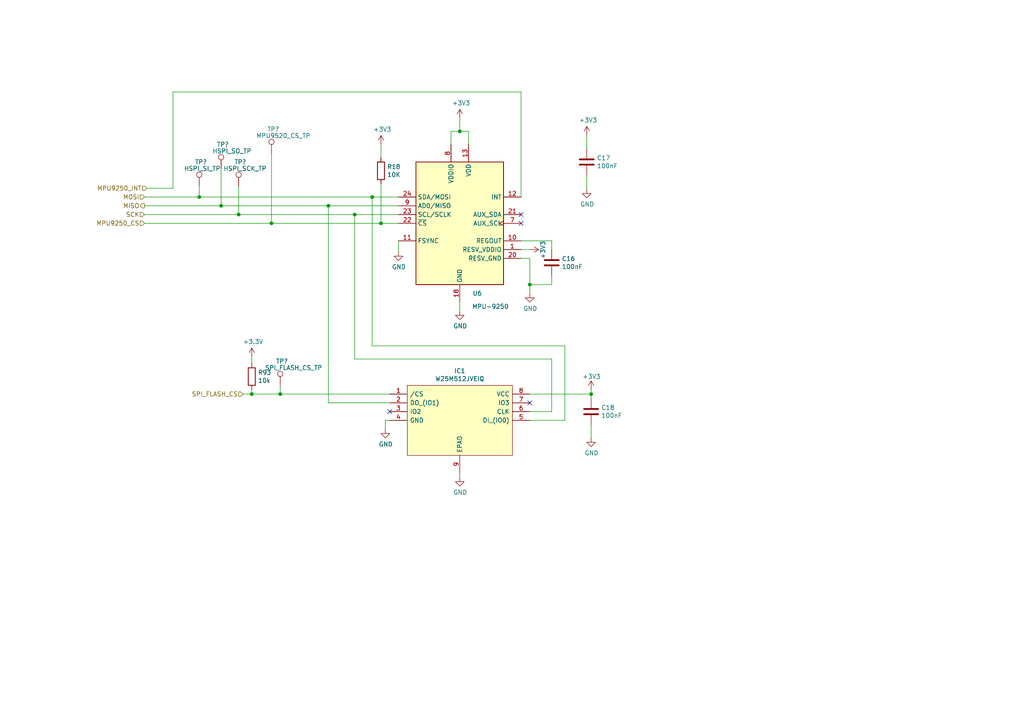
<source format=kicad_sch>
(kicad_sch (version 20230121) (generator eeschema)
  (paper "A4")
  (title_block (date "2021-04-05") (rev "2.3.3.3") (company "Evoke Motorcycles"))
  (lib_symbols
    (symbol "Device:R" (pin_numbers hide) (pin_names (offset 0))
      (property "Reference" "R" (at 2.032 0 90))
      (property "Value" "R" (at 0 0 90))
      (symbol "R_0_1"
        (rectangle (start -1.016 -2.54) (end 1.016 2.54) (stroke (width 0.254)))
      )
      (symbol "R_1_1"
        (pin passive line (at 0 3.81 270) (length 1.27) (name "~") (number "1"))
        (pin passive line (at 0 -3.81 90) (length 1.27) (name "~") (number "2"))
      )
    )
    (symbol "ESP32-CAN-rescue:+3.3V-power" (power) (pin_names (offset 0))
      (property "Value" "+3.3V-power" (at 0 3.556 0))
      (symbol "+3.3V-power_0_1"
        (polyline (pts (xy -0.762 1.27) (xy 0 2.54)))
        (polyline (pts (xy 0 0) (xy 0 2.54)))
        (polyline (pts (xy 0 2.54) (xy 0.762 1.27)))
      )
      (symbol "+3.3V-power_1_1"
        (pin power_in line (at 0 0 90) (length 0) hide (name "+3V3") (number "1"))
      )
    )
    (symbol "ESP32-CAN-rescue:C-Device" (pin_numbers hide) (pin_names (offset 0.254))
      (property "Reference" "C" (at 0.635 2.54 0))
      (property "Value" "C-Device" (at 0.635 -2.54 0))
      (symbol "C-Device_0_1"
        (polyline (pts (xy -2.032 -0.762) (xy 2.032 -0.762)) (stroke (width 0.508)))
        (polyline (pts (xy -2.032 0.762) (xy 2.032 0.762)) (stroke (width 0.508)))
      )
      (symbol "C-Device_1_1"
        (pin passive line (at 0 3.81 270) (length 2.794) (name "~") (number "1"))
        (pin passive line (at 0 -3.81 90) (length 2.794) (name "~") (number "2"))
      )
    )
    (symbol "ESP32-CAN-rescue:GND-power" (power) (pin_names (offset 0))
      (property "Value" "GND-power" (at 0 -3.81 0))
      (symbol "GND-power_0_1"
        (polyline (pts (xy 0 0) (xy 0 -1.27) (xy 1.27 -1.27) (xy 0 -2.54) (xy -1.27 -1.27) (xy 0 -1.27)))
      )
      (symbol "GND-power_1_1"
        (pin power_in line (at 0 0 270) (length 0) hide (name "GND") (number "1"))
      )
    )
    (symbol "ESP32-CAN-rescue:MPU-9250-Sensor_Motion"
      (property "Reference" "U" (at -11.43 19.05 0))
      (property "Value" "MPU-9250-Sensor_Motion" (at 7.62 -19.05 0))
      (symbol "MPU-9250-Sensor_Motion_0_1"
        (rectangle (start -12.7 17.78) (end 12.7 -17.78) (stroke (width 0.254)) (fill (type background)))
      )
      (symbol "MPU-9250-Sensor_Motion_1_1"
        (pin input line (at 17.78 -7.62 180) (length 5.08) (name "RESV_VDDIO") (number "1"))
        (pin passive line (at 17.78 -5.08 180) (length 5.08) (name "REGOUT") (number "10"))
        (pin input line (at -17.78 -5.08 0) (length 5.08) (name "FSYNC") (number "11"))
        (pin output line (at 17.78 7.62 180) (length 5.08) (name "INT") (number "12"))
        (pin power_in line (at 2.54 22.86 270) (length 5.08) (name "VDD") (number "13"))
        (pin power_in line (at 0 -22.86 90) (length 5.08) (name "GND") (number "18"))
        (pin power_in line (at 17.78 -10.16 180) (length 5.08) (name "RESV_GND") (number "20"))
        (pin bidirectional line (at 17.78 2.54 180) (length 5.08) (name "AUX_SDA") (number "21"))
        (pin input line (at -17.78 0 0) (length 5.08) (name "~{CS}") (number "22"))
        (pin input line (at -17.78 2.54 0) (length 5.08) (name "SCL/SCLK") (number "23"))
        (pin bidirectional line (at -17.78 7.62 0) (length 5.08) (name "SDA/MOSI") (number "24"))
        (pin output clock (at 17.78 0 180) (length 5.08) (name "AUX_SCL") (number "7"))
        (pin power_in line (at -2.54 22.86 270) (length 5.08) (name "VDDIO") (number "8"))
        (pin bidirectional line (at -17.78 5.08 0) (length 5.08) (name "AD0/MISO") (number "9"))
      )
    )
    (symbol "ESP32-CAN-rescue:R-Device" (pin_numbers hide) (pin_names (offset 0))
      (property "Reference" "R" (at 2.032 0 90))
      (property "Value" "R-Device" (at 0 0 90))
      (symbol "R-Device_0_1"
        (rectangle (start -1.016 -2.54) (end 1.016 2.54) (stroke (width 0.254)))
      )
      (symbol "R-Device_1_1"
        (pin passive line (at 0 3.81 270) (length 1.27) (name "~") (number "1"))
        (pin passive line (at 0 -3.81 90) (length 1.27) (name "~") (number "2"))
      )
    )
    (symbol "ESP32-CAN-rescue:TestPoint-Connector" (pin_numbers hide) (pin_names (offset 0.762) hide)
      (property "Reference" "TP" (at 0 6.858 0))
      (property "Value" "TestPoint-Connector" (at 0 5.08 0))
      (symbol "TestPoint-Connector_0_1"
        (circle (center 0 3.302) (radius 0.762))
      )
      (symbol "TestPoint-Connector_1_1"
        (pin passive line (at 0 0 90) (length 2.54) (name "1") (number "1"))
      )
    )
    (symbol "W25M512JVEIQ:W25M512JVEIQ" (pin_names (offset 0.762))
      (property "Reference" "IC" (at 36.83 7.62 0))
      (property "Value" "W25M512JVEIQ" (at 36.83 5.08 0))
      (symbol "W25M512JVEIQ_0_0"
        (pin passive line (at 0 0 0) (length 5.08) (name "/CS") (number "1"))
        (pin passive line (at 0 -2.54 0) (length 5.08) (name "DO_(IO1)") (number "2"))
        (pin passive line (at 0 -5.08 0) (length 5.08) (name "IO2") (number "3"))
        (pin passive line (at 0 -7.62 0) (length 5.08) (name "GND") (number "4"))
        (pin passive line (at 40.64 -7.62 180) (length 5.08) (name "DI_(IO0)") (number "5"))
        (pin passive line (at 40.64 -5.08 180) (length 5.08) (name "CLK") (number "6"))
        (pin passive line (at 40.64 -2.54 180) (length 5.08) (name "IO3") (number "7"))
        (pin passive line (at 40.64 0 180) (length 5.08) (name "VCC") (number "8"))
        (pin passive line (at 20.32 -22.86 90) (length 5.08) (name "EPAD") (number "9"))
      )
      (symbol "W25M512JVEIQ_0_1"
        (polyline (pts (xy 5.08 2.54) (xy 35.56 2.54) (xy 35.56 -17.78) (xy 5.08 -17.78) (xy 5.08 2.54)) (stroke (width 0.1524)) (fill (type background)))
      )
    )
    (symbol "power:+3.3V" (power) (pin_names (offset 0))
      (property "Value" "+3.3V" (at 0 3.556 0))
      (symbol "+3.3V_0_1"
        (polyline (pts (xy -0.762 1.27) (xy 0 2.54)))
        (polyline (pts (xy 0 0) (xy 0 2.54)))
        (polyline (pts (xy 0 2.54) (xy 0.762 1.27)))
      )
      (symbol "+3.3V_1_1"
        (pin power_in line (at 0 0 90) (length 0) hide (name "+3.3V") (number "1"))
      )
    )
  )
  (junction (at 102.87 62.23))
  (junction (at 171.45 114.3))
  (junction (at 107.95 57.15))
  (junction (at 78.74 64.77))
  (junction (at 81.28 114.3))
  (junction (at 57.785 57.15))
  (junction (at 153.67 82.55))
  (junction (at 95.25 59.69))
  (junction (at 73.025 114.3))
  (junction (at 69.215 62.23))
  (junction (at 133.35 38.1))
  (junction (at 64.135 59.69))
  (junction (at 110.49 64.77))
  (no_connect (at 153.67 116.84))
  (no_connect (at 113.03 119.38))
  (no_connect (at 151.13 62.23))
  (no_connect (at 151.13 64.77))
  (wire (pts (xy 133.35 38.1) (xy 135.89 38.1)))
  (wire (pts (xy 163.83 100.33) (xy 107.95 100.33)))
  (wire (pts (xy 107.95 100.33) (xy 107.95 57.15)))
  (wire (pts (xy 130.81 38.1) (xy 133.35 38.1)))
  (wire (pts (xy 113.03 114.3) (xy 81.28 114.3)))
  (wire (pts (xy 153.67 121.92) (xy 163.83 121.92)))
  (wire (pts (xy 57.785 57.15) (xy 107.95 57.15)))
  (wire (pts (xy 81.28 114.3) (xy 73.025 114.3)))
  (wire (pts (xy 133.35 90.17) (xy 133.35 87.63)))
  (wire (pts (xy 135.89 38.1) (xy 135.89 41.91)))
  (wire (pts (xy 115.57 73.025) (xy 115.57 69.85)))
  (wire (pts (xy 115.57 59.69) (xy 95.25 59.69)))
  (wire (pts (xy 95.25 116.84) (xy 95.25 59.69)))
  (wire (pts (xy 57.785 57.15) (xy 41.91 57.15)))
  (wire (pts (xy 153.67 72.39) (xy 151.13 72.39)))
  (wire (pts (xy 78.74 44.45) (xy 78.74 64.77)))
  (wire (pts (xy 50.165 54.61) (xy 42.545 54.61)))
  (wire (pts (xy 160.02 80.01) (xy 160.02 82.55)))
  (wire (pts (xy 153.67 82.55) (xy 153.67 74.93)))
  (wire (pts (xy 95.25 116.84) (xy 113.03 116.84)))
  (wire (pts (xy 50.165 26.67) (xy 50.165 54.61)))
  (wire (pts (xy 153.67 74.93) (xy 151.13 74.93)))
  (wire (pts (xy 160.02 69.85) (xy 160.02 72.39)))
  (wire (pts (xy 160.02 104.14) (xy 102.87 104.14)))
  (wire (pts (xy 57.785 53.975) (xy 57.785 57.15)))
  (wire (pts (xy 73.025 114.3) (xy 70.485 114.3)))
  (wire (pts (xy 73.025 113.03) (xy 73.025 114.3)))
  (wire (pts (xy 95.25 59.69) (xy 64.135 59.69)))
  (wire (pts (xy 171.45 115.57) (xy 171.45 114.3)))
  (wire (pts (xy 160.02 82.55) (xy 153.67 82.55)))
  (wire (pts (xy 64.135 59.69) (xy 41.91 59.69)))
  (wire (pts (xy 171.45 123.19) (xy 171.45 127)))
  (wire (pts (xy 113.03 121.92) (xy 111.76 121.92)))
  (wire (pts (xy 41.91 64.77) (xy 78.74 64.77)))
  (wire (pts (xy 151.13 26.67) (xy 50.165 26.67)))
  (wire (pts (xy 153.67 119.38) (xy 160.02 119.38)))
  (wire (pts (xy 115.57 62.23) (xy 102.87 62.23)))
  (wire (pts (xy 151.13 69.85) (xy 160.02 69.85)))
  (wire (pts (xy 170.18 50.8) (xy 170.18 54.864)))
  (wire (pts (xy 81.28 111.76) (xy 81.28 114.3)))
  (wire (pts (xy 78.74 64.77) (xy 110.49 64.77)))
  (wire (pts (xy 64.135 48.895) (xy 64.135 59.69)))
  (wire (pts (xy 163.83 121.92) (xy 163.83 100.33)))
  (wire (pts (xy 110.49 41.91) (xy 110.49 45.72)))
  (wire (pts (xy 115.57 57.15) (xy 107.95 57.15)))
  (wire (pts (xy 171.45 114.3) (xy 171.45 113.03)))
  (wire (pts (xy 130.81 41.91) (xy 130.81 38.1)))
  (wire (pts (xy 102.87 104.14) (xy 102.87 62.23)))
  (wire (pts (xy 110.49 53.34) (xy 110.49 64.77)))
  (wire (pts (xy 133.35 138.43) (xy 133.35 137.16)))
  (wire (pts (xy 69.215 53.975) (xy 69.215 62.23)))
  (wire (pts (xy 69.215 62.23) (xy 102.87 62.23)))
  (wire (pts (xy 160.02 119.38) (xy 160.02 104.14)))
  (wire (pts (xy 151.13 57.15) (xy 151.13 26.67)))
  (wire (pts (xy 170.18 39.243) (xy 170.18 43.18)))
  (wire (pts (xy 73.025 103.505) (xy 73.025 105.41)))
  (wire (pts (xy 111.76 121.92) (xy 111.76 124.46)))
  (wire (pts (xy 133.35 38.1) (xy 133.35 34.29)))
  (wire (pts (xy 153.67 85.09) (xy 153.67 82.55)))
  (wire (pts (xy 41.91 62.23) (xy 69.215 62.23)))
  (wire (pts (xy 153.67 114.3) (xy 171.45 114.3)))
  (wire (pts (xy 115.57 64.77) (xy 110.49 64.77)))
  (hierarchical_label "MPU9250_INT" (shape input) (at 42.545 54.61 180))
  (hierarchical_label "MPU9250_CS" (shape input) (at 41.91 64.77 180))
  (hierarchical_label "MISO" (shape output) (at 41.91 59.69 180))
  (hierarchical_label "SPI_FLASH_CS" (shape input) (at 70.485 114.3 180))
  (hierarchical_label "SCK" (shape input) (at 41.91 62.23 180))
  (hierarchical_label "MOSI" (shape input) (at 41.91 57.15 180))
  (symbol (lib_id "ESP32-CAN-rescue:MPU-9250-Sensor_Motion") (at 133.35 64.77 0) (unit 1)
    (property "Reference" "U6" (at 138.43 85.09 0))
    (property "Value" "MPU-9250" (at 142.24 88.9 0))
    (property "Footprint" "Package_DFN_QFN:QFN-24-1EP_3x3mm_P0.4mm_EP1.75x1.6mm" (effects hide))
    (property "Datasheet" "https://store.invensense.com/datasheets/invensense/MPU9250REV1.0.pdf" (effects hide))
  )
  (symbol (lib_id "ESP32-CAN-rescue:+3.3V-power") (at 133.35 34.29 0) (unit 1)
    (property "Reference" "#PWR032" (effects hide))
    (property "Value" "+3.3V" (at 133.731 29.8958 0))
  )
  (symbol (lib_id "ESP32-CAN-rescue:GND-power") (at 133.35 90.17 0) (unit 1)
    (property "Reference" "#PWR033" (effects hide))
    (property "Value" "GND" (at 133.477 94.5642 0))
  )
  (symbol (lib_id "ESP32-CAN-rescue:GND-power") (at 153.67 85.09 0) (unit 1)
    (property "Reference" "#PWR036" (effects hide))
    (property "Value" "GND" (at 153.797 89.4842 0))
  )
  (symbol (lib_id "ESP32-CAN-rescue:+3.3V-power") (at 153.67 72.39 270) (unit 1)
    (property "Reference" "#PWR035" (effects hide))
    (property "Value" "+3.3V" (at 157.48 69.85 0) (effects (justify left)))
  )
  (symbol (lib_id "ESP32-CAN-rescue:C-Device") (at 160.02 76.2 0) (unit 1)
    (property "Reference" "C16" (at 162.941 75.0316 0) (effects (justify left)))
    (property "Value" "100nF" (at 162.941 77.343 0) (effects (justify left)))
    (property "Footprint" "Capacitor_SMD:C_0603_1608Metric" (effects hide))
  )
  (symbol (lib_id "ESP32-CAN-rescue:GND-power") (at 170.18 54.864 0) (unit 1)
    (property "Reference" "#PWR038" (effects hide))
    (property "Value" "GND" (at 170.307 59.2582 0))
  )
  (symbol (lib_id "ESP32-CAN-rescue:+3.3V-power") (at 170.18 39.243 0) (unit 1)
    (property "Reference" "#PWR037" (effects hide))
    (property "Value" "+3.3V" (at 170.561 34.8488 0))
  )
  (symbol (lib_id "ESP32-CAN-rescue:R-Device") (at 110.49 49.53 0) (unit 1)
    (property "Reference" "R18" (at 112.268 48.3616 0) (effects (justify left)))
    (property "Value" "10K" (at 112.268 50.673 0) (effects (justify left)))
    (property "Footprint" "Resistor_SMD:R_0603_1608Metric" (effects hide))
  )
  (symbol (lib_id "ESP32-CAN-rescue:+3.3V-power") (at 110.49 41.91 0) (unit 1)
    (property "Reference" "#PWR030" (effects hide))
    (property "Value" "+3.3V" (at 110.871 37.5158 0))
  )
  (symbol (lib_id "ESP32-CAN-rescue:C-Device") (at 170.18 46.99 0) (unit 1)
    (property "Reference" "C17" (at 173.101 45.8216 0) (effects (justify left)))
    (property "Value" "100nF" (at 173.101 48.133 0) (effects (justify left)))
    (property "Footprint" "Capacitor_SMD:C_0603_1608Metric" (effects hide))
  )
  (symbol (lib_id "W25M512JVEIQ:W25M512JVEIQ") (at 113.03 114.3 0) (unit 1)
    (property "Reference" "IC1" (at 133.35 107.569 0))
    (property "Value" "W25M512JVEIQ" (at 133.35 109.8804 0))
    (property "Footprint" "W25M512JVEIQ:SON127P800X600X80-9N-D" (effects hide))
    (property "Datasheet" "https://www.winbond.com/resource-files/w25m512jv%20revc%2001062017.pdf" (effects hide))
    (property "Description" "Multichip Packages spiFlash, 512M-bit, 4Kb Uniform Sector" (effects hide))
    (property "Height" "0.8" (effects hide))
    (property "Manufacturer_Name" "Winbond" (effects hide))
    (property "Manufacturer_Part_Number" "W25M512JVEIQ" (effects hide))
    (property "Mouser Part Number" "454-W25M512JVEIQ" (effects hide))
    (property "Mouser Price/Stock" "https://www.mouser.com/Search/Refine.aspx?Keyword=454-W25M512JVEIQ" (effects hide))
  )
  (symbol (lib_id "ESP32-CAN-rescue:GND-power") (at 133.35 138.43 0) (unit 1)
    (property "Reference" "#PWR034" (effects hide))
    (property "Value" "GND" (at 133.477 142.8242 0))
  )
  (symbol (lib_id "ESP32-CAN-rescue:C-Device") (at 171.45 119.38 0) (unit 1)
    (property "Reference" "C18" (at 174.371 118.2116 0) (effects (justify left)))
    (property "Value" "100nF" (at 174.371 120.523 0) (effects (justify left)))
    (property "Footprint" "Capacitor_SMD:C_0603_1608Metric" (effects hide))
  )
  (symbol (lib_id "ESP32-CAN-rescue:GND-power") (at 171.45 127 0) (unit 1)
    (property "Reference" "#PWR040" (effects hide))
    (property "Value" "GND" (at 171.577 131.3942 0))
  )
  (symbol (lib_id "ESP32-CAN-rescue:+3.3V-power") (at 171.45 113.03 0) (unit 1)
    (property "Reference" "#PWR039" (effects hide))
    (property "Value" "+3.3V" (at 168.91 109.22 0) (effects (justify left)))
  )
  (symbol (lib_id "ESP32-CAN-rescue:GND-power") (at 111.76 124.46 0) (unit 1)
    (property "Reference" "#PWR031" (effects hide))
    (property "Value" "GND" (at 111.887 128.8542 0))
  )
  (symbol (lib_id "ESP32-CAN-rescue:TestPoint-Connector") (at 57.785 53.975 0) (unit 1)
    (property "Reference" "TP?" (at 56.515 46.99 0) (effects (justify left)))
    (property "Value" "HSPI_SI_TP" (at 53.34 48.895 0) (effects (justify left)))
    (property "Footprint" "TestPoint:TestPoint_Pad_D1.0mm" (effects hide))
    (instances (project "ESP32-CAN" (path "" (reference "TP?") (unit 1)) (path "" (reference "TP13") (unit 1)) (path "" (reference "TP?") (unit 1)) (path "" (reference "TP13") (unit 1)) (path "" (reference "TP?") (unit 1))))
  )
  (symbol (lib_id "ESP32-CAN-rescue:TestPoint-Connector") (at 64.135 48.895 0) (unit 1)
    (property "Reference" "TP?" (at 62.865 41.91 0) (effects (justify left)))
    (property "Value" "HSPI_SO_TP" (at 61.595 43.815 0) (effects (justify left)))
    (property "Footprint" "TestPoint:TestPoint_Pad_D1.0mm" (effects hide))
    (instances (project "ESP32-CAN" (path "" (reference "TP?") (unit 1)) (path "" (reference "TP14") (unit 1)) (path "" (reference "TP?") (unit 1)) (path "" (reference "TP14") (unit 1)) (path "" (reference "TP?") (unit 1))))
  )
  (symbol (lib_id "ESP32-CAN-rescue:TestPoint-Connector") (at 78.74 44.45 0) (unit 1)
    (property "Reference" "TP?" (at 77.47 37.465 0) (effects (justify left)))
    (property "Value" "MPU9520_CS_TP" (at 74.295 39.37 0) (effects (justify left)))
    (property "Footprint" "TestPoint:TestPoint_Pad_D1.0mm" (effects hide))
    (instances (project "ESP32-CAN" (path "" (reference "TP?") (unit 1)) (path "" (reference "TP16") (unit 1)) (path "" (reference "TP?") (unit 1)) (path "" (reference "TP16") (unit 1)) (path "" (reference "TP?") (unit 1))))
  )
  (symbol (lib_id "ESP32-CAN-rescue:TestPoint-Connector") (at 69.215 53.975 0) (unit 1)
    (property "Reference" "TP?" (at 67.945 46.99 0) (effects (justify left)))
    (property "Value" "HSPI_SCK_TP" (at 64.77 48.895 0) (effects (justify left)))
    (property "Footprint" "TestPoint:TestPoint_Pad_D1.0mm" (effects hide))
    (instances (project "ESP32-CAN" (path "" (reference "TP?") (unit 1)) (path "" (reference "TP15") (unit 1)) (path "" (reference "TP?") (unit 1)) (path "" (reference "TP15") (unit 1)) (path "" (reference "TP?") (unit 1))))
  )
  (symbol (lib_id "ESP32-CAN-rescue:TestPoint-Connector") (at 81.28 111.76 0) (unit 1)
    (property "Reference" "TP?" (at 80.01 104.775 0) (effects (justify left)))
    (property "Value" "SPI_FLASH_CS_TP" (at 76.835 106.68 0) (effects (justify left)))
    (property "Footprint" "TestPoint:TestPoint_Pad_D1.0mm" (effects hide))
    (instances (project "ESP32-CAN" (path "" (reference "TP?") (unit 1)) (path "" (reference "TP17") (unit 1)) (path "" (reference "TP?") (unit 1)) (path "" (reference "TP17") (unit 1)) (path "" (reference "TP?") (unit 1))))
  )
  (symbol (lib_id "Device:R") (at 73.025 109.22 0) (unit 1)
    (property "Reference" "R93" (at 74.803 108.0516 0) (effects (justify left)))
    (property "Value" "10k" (at 74.803 110.363 0) (effects (justify left)))
    (property "Footprint" "Resistor_SMD:R_0603_1608Metric" (effects hide))
  )
  (symbol (lib_id "power:+3.3V") (at 73.025 103.505 0) (unit 1)
    (property "Reference" "#PWR0150" (effects hide))
    (property "Value" "+3.3V" (at 73.406 99.1108 0))
  )
  (symbol (lib_id "ESP32-CAN-rescue:GND-power") (at 115.57 73.025 0) (unit 1)
    (property "Reference" "#PWR0152" (effects hide))
    (property "Value" "GND" (at 115.697 77.4192 0))
  )
)
</source>
